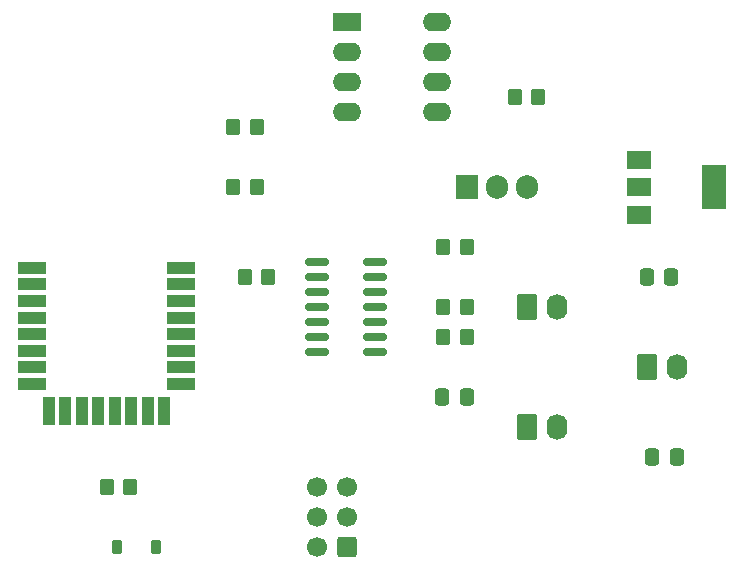
<source format=gts>
G04 #@! TF.GenerationSoftware,KiCad,Pcbnew,7.0.10*
G04 #@! TF.CreationDate,2024-03-19T19:49:00-05:00*
G04 #@! TF.ProjectId,key,6b65792e-6b69-4636-9164-5f7063625858,rev?*
G04 #@! TF.SameCoordinates,Original*
G04 #@! TF.FileFunction,Soldermask,Top*
G04 #@! TF.FilePolarity,Negative*
%FSLAX46Y46*%
G04 Gerber Fmt 4.6, Leading zero omitted, Abs format (unit mm)*
G04 Created by KiCad (PCBNEW 7.0.10) date 2024-03-19 19:49:00*
%MOMM*%
%LPD*%
G01*
G04 APERTURE LIST*
G04 Aperture macros list*
%AMRoundRect*
0 Rectangle with rounded corners*
0 $1 Rounding radius*
0 $2 $3 $4 $5 $6 $7 $8 $9 X,Y pos of 4 corners*
0 Add a 4 corners polygon primitive as box body*
4,1,4,$2,$3,$4,$5,$6,$7,$8,$9,$2,$3,0*
0 Add four circle primitives for the rounded corners*
1,1,$1+$1,$2,$3*
1,1,$1+$1,$4,$5*
1,1,$1+$1,$6,$7*
1,1,$1+$1,$8,$9*
0 Add four rect primitives between the rounded corners*
20,1,$1+$1,$2,$3,$4,$5,0*
20,1,$1+$1,$4,$5,$6,$7,0*
20,1,$1+$1,$6,$7,$8,$9,0*
20,1,$1+$1,$8,$9,$2,$3,0*%
G04 Aperture macros list end*
%ADD10RoundRect,0.250000X-0.620000X-0.845000X0.620000X-0.845000X0.620000X0.845000X-0.620000X0.845000X0*%
%ADD11O,1.740000X2.190000*%
%ADD12RoundRect,0.250000X-0.337500X-0.475000X0.337500X-0.475000X0.337500X0.475000X-0.337500X0.475000X0*%
%ADD13RoundRect,0.250000X0.350000X0.450000X-0.350000X0.450000X-0.350000X-0.450000X0.350000X-0.450000X0*%
%ADD14R,2.000000X1.500000*%
%ADD15R,2.000000X3.800000*%
%ADD16R,1.905000X2.000000*%
%ADD17O,1.905000X2.000000*%
%ADD18RoundRect,0.250000X0.600000X0.600000X-0.600000X0.600000X-0.600000X-0.600000X0.600000X-0.600000X0*%
%ADD19C,1.700000*%
%ADD20RoundRect,0.250000X-0.350000X-0.450000X0.350000X-0.450000X0.350000X0.450000X-0.350000X0.450000X0*%
%ADD21R,2.400000X1.600000*%
%ADD22O,2.400000X1.600000*%
%ADD23R,2.450000X1.000000*%
%ADD24R,1.000000X2.450000*%
%ADD25RoundRect,0.150000X-0.825000X-0.150000X0.825000X-0.150000X0.825000X0.150000X-0.825000X0.150000X0*%
%ADD26RoundRect,0.225000X-0.225000X-0.375000X0.225000X-0.375000X0.225000X0.375000X-0.225000X0.375000X0*%
G04 APERTURE END LIST*
D10*
X144780000Y-78740000D03*
D11*
X147320000Y-78740000D03*
D10*
X144780000Y-68580000D03*
D11*
X147320000Y-68580000D03*
D12*
X155405000Y-81280000D03*
X157480000Y-81280000D03*
D13*
X139700000Y-71120000D03*
X137700000Y-71120000D03*
D14*
X154330000Y-56120000D03*
X154330000Y-58420000D03*
D15*
X160630000Y-58420000D03*
D14*
X154330000Y-60720000D03*
D16*
X139700000Y-58420000D03*
D17*
X142240000Y-58420000D03*
X144780000Y-58420000D03*
D18*
X129540000Y-88900000D03*
D19*
X127000000Y-88900000D03*
X129540000Y-86360000D03*
X127000000Y-86360000D03*
X129540000Y-83820000D03*
X127000000Y-83820000D03*
D10*
X154940000Y-73660000D03*
D11*
X157480000Y-73660000D03*
D13*
X122920000Y-66040000D03*
X120920000Y-66040000D03*
D20*
X109220000Y-83820000D03*
X111220000Y-83820000D03*
D21*
X129540000Y-44460000D03*
D22*
X129540000Y-47000000D03*
X129540000Y-49540000D03*
X129540000Y-52080000D03*
X137160000Y-52080000D03*
X137160000Y-49540000D03*
X137160000Y-47000000D03*
X137160000Y-44460000D03*
D23*
X102920000Y-65241200D03*
X102920000Y-66641200D03*
X102920000Y-68041200D03*
X102920000Y-69441200D03*
X102920000Y-70841200D03*
X102920000Y-72241200D03*
X102920000Y-73641200D03*
X102920000Y-75041200D03*
D24*
X104320000Y-77336200D03*
X105720000Y-77336200D03*
X107120000Y-77336200D03*
X108520000Y-77336200D03*
X109920000Y-77336200D03*
X111320000Y-77336200D03*
X112720000Y-77336200D03*
X114120000Y-77336200D03*
D23*
X115520000Y-75040000D03*
X115520000Y-73640000D03*
X115520000Y-72241200D03*
X115520000Y-70841200D03*
X115520000Y-69441200D03*
X115520000Y-68041200D03*
X115520000Y-66641200D03*
X115520000Y-65241200D03*
D20*
X137700000Y-68580000D03*
X139700000Y-68580000D03*
X143780000Y-50800000D03*
X145780000Y-50800000D03*
D25*
X127000000Y-64770000D03*
X127000000Y-66040000D03*
X127000000Y-67310000D03*
X127000000Y-68580000D03*
X127000000Y-69850000D03*
X127000000Y-71120000D03*
X127000000Y-72390000D03*
X131950000Y-72390000D03*
X131950000Y-71120000D03*
X131950000Y-69850000D03*
X131950000Y-68580000D03*
X131950000Y-67310000D03*
X131950000Y-66040000D03*
X131950000Y-64770000D03*
D20*
X137700000Y-63500000D03*
X139700000Y-63500000D03*
D12*
X154940000Y-66040000D03*
X157015000Y-66040000D03*
X137625000Y-76200000D03*
X139700000Y-76200000D03*
D26*
X110110000Y-88900000D03*
X113410000Y-88900000D03*
D20*
X119920000Y-53340000D03*
X121920000Y-53340000D03*
X119920000Y-58420000D03*
X121920000Y-58420000D03*
M02*

</source>
